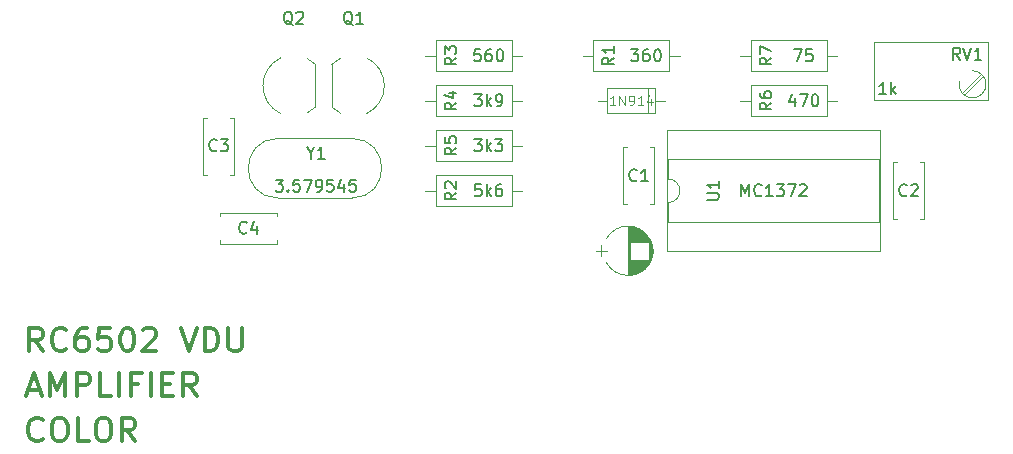
<source format=gto>
G04 #@! TF.FileFunction,Legend,Top*
%FSLAX46Y46*%
G04 Gerber Fmt 4.6, Leading zero omitted, Abs format (unit mm)*
G04 Created by KiCad (PCBNEW 4.0.7) date 02/20/19 17:10:50*
%MOMM*%
%LPD*%
G01*
G04 APERTURE LIST*
%ADD10C,0.100000*%
%ADD11C,0.300000*%
%ADD12C,0.120000*%
%ADD13C,0.150000*%
G04 APERTURE END LIST*
D10*
D11*
X60705952Y-74628333D02*
X61658333Y-74628333D01*
X60515476Y-75199762D02*
X61182143Y-73199762D01*
X61848810Y-75199762D01*
X62515476Y-75199762D02*
X62515476Y-73199762D01*
X63182143Y-74628333D01*
X63848810Y-73199762D01*
X63848810Y-75199762D01*
X64801190Y-75199762D02*
X64801190Y-73199762D01*
X65563095Y-73199762D01*
X65753571Y-73295000D01*
X65848810Y-73390238D01*
X65944048Y-73580714D01*
X65944048Y-73866429D01*
X65848810Y-74056905D01*
X65753571Y-74152143D01*
X65563095Y-74247381D01*
X64801190Y-74247381D01*
X67753571Y-75199762D02*
X66801190Y-75199762D01*
X66801190Y-73199762D01*
X68420238Y-75199762D02*
X68420238Y-73199762D01*
X70039286Y-74152143D02*
X69372619Y-74152143D01*
X69372619Y-75199762D02*
X69372619Y-73199762D01*
X70325000Y-73199762D01*
X71086905Y-75199762D02*
X71086905Y-73199762D01*
X72039286Y-74152143D02*
X72705953Y-74152143D01*
X72991667Y-75199762D02*
X72039286Y-75199762D01*
X72039286Y-73199762D01*
X72991667Y-73199762D01*
X74991668Y-75199762D02*
X74325001Y-74247381D01*
X73848810Y-75199762D02*
X73848810Y-73199762D01*
X74610715Y-73199762D01*
X74801191Y-73295000D01*
X74896430Y-73390238D01*
X74991668Y-73580714D01*
X74991668Y-73866429D01*
X74896430Y-74056905D01*
X74801191Y-74152143D01*
X74610715Y-74247381D01*
X73848810Y-74247381D01*
X61944048Y-78819286D02*
X61848810Y-78914524D01*
X61563095Y-79009762D01*
X61372619Y-79009762D01*
X61086905Y-78914524D01*
X60896429Y-78724048D01*
X60801190Y-78533571D01*
X60705952Y-78152619D01*
X60705952Y-77866905D01*
X60801190Y-77485952D01*
X60896429Y-77295476D01*
X61086905Y-77105000D01*
X61372619Y-77009762D01*
X61563095Y-77009762D01*
X61848810Y-77105000D01*
X61944048Y-77200238D01*
X63182143Y-77009762D02*
X63563095Y-77009762D01*
X63753571Y-77105000D01*
X63944048Y-77295476D01*
X64039286Y-77676429D01*
X64039286Y-78343095D01*
X63944048Y-78724048D01*
X63753571Y-78914524D01*
X63563095Y-79009762D01*
X63182143Y-79009762D01*
X62991667Y-78914524D01*
X62801190Y-78724048D01*
X62705952Y-78343095D01*
X62705952Y-77676429D01*
X62801190Y-77295476D01*
X62991667Y-77105000D01*
X63182143Y-77009762D01*
X65848809Y-79009762D02*
X64896428Y-79009762D01*
X64896428Y-77009762D01*
X66896429Y-77009762D02*
X67277381Y-77009762D01*
X67467857Y-77105000D01*
X67658334Y-77295476D01*
X67753572Y-77676429D01*
X67753572Y-78343095D01*
X67658334Y-78724048D01*
X67467857Y-78914524D01*
X67277381Y-79009762D01*
X66896429Y-79009762D01*
X66705953Y-78914524D01*
X66515476Y-78724048D01*
X66420238Y-78343095D01*
X66420238Y-77676429D01*
X66515476Y-77295476D01*
X66705953Y-77105000D01*
X66896429Y-77009762D01*
X69753572Y-79009762D02*
X69086905Y-78057381D01*
X68610714Y-79009762D02*
X68610714Y-77009762D01*
X69372619Y-77009762D01*
X69563095Y-77105000D01*
X69658334Y-77200238D01*
X69753572Y-77390714D01*
X69753572Y-77676429D01*
X69658334Y-77866905D01*
X69563095Y-77962143D01*
X69372619Y-78057381D01*
X68610714Y-78057381D01*
X61944048Y-71389762D02*
X61277381Y-70437381D01*
X60801190Y-71389762D02*
X60801190Y-69389762D01*
X61563095Y-69389762D01*
X61753571Y-69485000D01*
X61848810Y-69580238D01*
X61944048Y-69770714D01*
X61944048Y-70056429D01*
X61848810Y-70246905D01*
X61753571Y-70342143D01*
X61563095Y-70437381D01*
X60801190Y-70437381D01*
X63944048Y-71199286D02*
X63848810Y-71294524D01*
X63563095Y-71389762D01*
X63372619Y-71389762D01*
X63086905Y-71294524D01*
X62896429Y-71104048D01*
X62801190Y-70913571D01*
X62705952Y-70532619D01*
X62705952Y-70246905D01*
X62801190Y-69865952D01*
X62896429Y-69675476D01*
X63086905Y-69485000D01*
X63372619Y-69389762D01*
X63563095Y-69389762D01*
X63848810Y-69485000D01*
X63944048Y-69580238D01*
X65658333Y-69389762D02*
X65277381Y-69389762D01*
X65086905Y-69485000D01*
X64991667Y-69580238D01*
X64801190Y-69865952D01*
X64705952Y-70246905D01*
X64705952Y-71008810D01*
X64801190Y-71199286D01*
X64896429Y-71294524D01*
X65086905Y-71389762D01*
X65467857Y-71389762D01*
X65658333Y-71294524D01*
X65753571Y-71199286D01*
X65848810Y-71008810D01*
X65848810Y-70532619D01*
X65753571Y-70342143D01*
X65658333Y-70246905D01*
X65467857Y-70151667D01*
X65086905Y-70151667D01*
X64896429Y-70246905D01*
X64801190Y-70342143D01*
X64705952Y-70532619D01*
X67658333Y-69389762D02*
X66705952Y-69389762D01*
X66610714Y-70342143D01*
X66705952Y-70246905D01*
X66896429Y-70151667D01*
X67372619Y-70151667D01*
X67563095Y-70246905D01*
X67658333Y-70342143D01*
X67753572Y-70532619D01*
X67753572Y-71008810D01*
X67658333Y-71199286D01*
X67563095Y-71294524D01*
X67372619Y-71389762D01*
X66896429Y-71389762D01*
X66705952Y-71294524D01*
X66610714Y-71199286D01*
X68991667Y-69389762D02*
X69182143Y-69389762D01*
X69372619Y-69485000D01*
X69467857Y-69580238D01*
X69563095Y-69770714D01*
X69658334Y-70151667D01*
X69658334Y-70627857D01*
X69563095Y-71008810D01*
X69467857Y-71199286D01*
X69372619Y-71294524D01*
X69182143Y-71389762D01*
X68991667Y-71389762D01*
X68801191Y-71294524D01*
X68705953Y-71199286D01*
X68610714Y-71008810D01*
X68515476Y-70627857D01*
X68515476Y-70151667D01*
X68610714Y-69770714D01*
X68705953Y-69580238D01*
X68801191Y-69485000D01*
X68991667Y-69389762D01*
X70420238Y-69580238D02*
X70515476Y-69485000D01*
X70705953Y-69389762D01*
X71182143Y-69389762D01*
X71372619Y-69485000D01*
X71467857Y-69580238D01*
X71563096Y-69770714D01*
X71563096Y-69961190D01*
X71467857Y-70246905D01*
X70325000Y-71389762D01*
X71563096Y-71389762D01*
X73658334Y-69389762D02*
X74325001Y-71389762D01*
X74991668Y-69389762D01*
X75658334Y-71389762D02*
X75658334Y-69389762D01*
X76134525Y-69389762D01*
X76420239Y-69485000D01*
X76610715Y-69675476D01*
X76705954Y-69865952D01*
X76801192Y-70246905D01*
X76801192Y-70532619D01*
X76705954Y-70913571D01*
X76610715Y-71104048D01*
X76420239Y-71294524D01*
X76134525Y-71389762D01*
X75658334Y-71389762D01*
X77658334Y-69389762D02*
X77658334Y-71008810D01*
X77753573Y-71199286D01*
X77848811Y-71294524D01*
X78039287Y-71389762D01*
X78420239Y-71389762D01*
X78610715Y-71294524D01*
X78705954Y-71199286D01*
X78801192Y-71008810D01*
X78801192Y-69389762D01*
D12*
X113705000Y-54065000D02*
X113705000Y-58885000D01*
X111085000Y-54065000D02*
X111085000Y-58885000D01*
X113705000Y-54065000D02*
X113391000Y-54065000D01*
X111399000Y-54065000D02*
X111085000Y-54065000D01*
X113705000Y-58885000D02*
X113391000Y-58885000D01*
X111399000Y-58885000D02*
X111085000Y-58885000D01*
X136565000Y-55335000D02*
X136565000Y-60155000D01*
X133945000Y-55335000D02*
X133945000Y-60155000D01*
X136565000Y-55335000D02*
X136251000Y-55335000D01*
X134259000Y-55335000D02*
X133945000Y-55335000D01*
X136565000Y-60155000D02*
X136251000Y-60155000D01*
X134259000Y-60155000D02*
X133945000Y-60155000D01*
X75525000Y-56425000D02*
X75525000Y-51605000D01*
X78145000Y-56425000D02*
X78145000Y-51605000D01*
X75525000Y-56425000D02*
X75839000Y-56425000D01*
X77831000Y-56425000D02*
X78145000Y-56425000D01*
X75525000Y-51605000D02*
X75839000Y-51605000D01*
X77831000Y-51605000D02*
X78145000Y-51605000D01*
X76925000Y-59650000D02*
X81745000Y-59650000D01*
X76925000Y-62270000D02*
X81745000Y-62270000D01*
X76925000Y-59650000D02*
X76925000Y-59964000D01*
X76925000Y-61956000D02*
X76925000Y-62270000D01*
X81745000Y-59650000D02*
X81745000Y-59964000D01*
X81745000Y-61956000D02*
X81745000Y-62270000D01*
X113336436Y-61885830D02*
G75*
G03X109644004Y-61885000I-1846436J-979170D01*
G01*
X113336436Y-63844170D02*
G75*
G02X109644004Y-63845000I-1846436J979170D01*
G01*
X113336436Y-63844170D02*
G75*
G03X113335996Y-61885000I-1846436J979170D01*
G01*
X111490000Y-60815000D02*
X111490000Y-64915000D01*
X111530000Y-60815000D02*
X111530000Y-64915000D01*
X111570000Y-60816000D02*
X111570000Y-64914000D01*
X111610000Y-60818000D02*
X111610000Y-64912000D01*
X111650000Y-60821000D02*
X111650000Y-64909000D01*
X111690000Y-60824000D02*
X111690000Y-64906000D01*
X111730000Y-60828000D02*
X111730000Y-62085000D01*
X111730000Y-63645000D02*
X111730000Y-64902000D01*
X111770000Y-60833000D02*
X111770000Y-62085000D01*
X111770000Y-63645000D02*
X111770000Y-64897000D01*
X111810000Y-60839000D02*
X111810000Y-62085000D01*
X111810000Y-63645000D02*
X111810000Y-64891000D01*
X111850000Y-60846000D02*
X111850000Y-62085000D01*
X111850000Y-63645000D02*
X111850000Y-64884000D01*
X111890000Y-60853000D02*
X111890000Y-62085000D01*
X111890000Y-63645000D02*
X111890000Y-64877000D01*
X111930000Y-60861000D02*
X111930000Y-62085000D01*
X111930000Y-63645000D02*
X111930000Y-64869000D01*
X111970000Y-60870000D02*
X111970000Y-62085000D01*
X111970000Y-63645000D02*
X111970000Y-64860000D01*
X112010000Y-60880000D02*
X112010000Y-62085000D01*
X112010000Y-63645000D02*
X112010000Y-64850000D01*
X112050000Y-60891000D02*
X112050000Y-62085000D01*
X112050000Y-63645000D02*
X112050000Y-64839000D01*
X112090000Y-60902000D02*
X112090000Y-62085000D01*
X112090000Y-63645000D02*
X112090000Y-64828000D01*
X112130000Y-60915000D02*
X112130000Y-62085000D01*
X112130000Y-63645000D02*
X112130000Y-64815000D01*
X112170000Y-60928000D02*
X112170000Y-62085000D01*
X112170000Y-63645000D02*
X112170000Y-64802000D01*
X112211000Y-60942000D02*
X112211000Y-62085000D01*
X112211000Y-63645000D02*
X112211000Y-64788000D01*
X112251000Y-60958000D02*
X112251000Y-62085000D01*
X112251000Y-63645000D02*
X112251000Y-64772000D01*
X112291000Y-60974000D02*
X112291000Y-62085000D01*
X112291000Y-63645000D02*
X112291000Y-64756000D01*
X112331000Y-60991000D02*
X112331000Y-62085000D01*
X112331000Y-63645000D02*
X112331000Y-64739000D01*
X112371000Y-61009000D02*
X112371000Y-62085000D01*
X112371000Y-63645000D02*
X112371000Y-64721000D01*
X112411000Y-61028000D02*
X112411000Y-62085000D01*
X112411000Y-63645000D02*
X112411000Y-64702000D01*
X112451000Y-61048000D02*
X112451000Y-62085000D01*
X112451000Y-63645000D02*
X112451000Y-64682000D01*
X112491000Y-61069000D02*
X112491000Y-62085000D01*
X112491000Y-63645000D02*
X112491000Y-64661000D01*
X112531000Y-61092000D02*
X112531000Y-62085000D01*
X112531000Y-63645000D02*
X112531000Y-64638000D01*
X112571000Y-61115000D02*
X112571000Y-62085000D01*
X112571000Y-63645000D02*
X112571000Y-64615000D01*
X112611000Y-61140000D02*
X112611000Y-62085000D01*
X112611000Y-63645000D02*
X112611000Y-64590000D01*
X112651000Y-61166000D02*
X112651000Y-62085000D01*
X112651000Y-63645000D02*
X112651000Y-64564000D01*
X112691000Y-61193000D02*
X112691000Y-62085000D01*
X112691000Y-63645000D02*
X112691000Y-64537000D01*
X112731000Y-61222000D02*
X112731000Y-62085000D01*
X112731000Y-63645000D02*
X112731000Y-64508000D01*
X112771000Y-61252000D02*
X112771000Y-62085000D01*
X112771000Y-63645000D02*
X112771000Y-64478000D01*
X112811000Y-61284000D02*
X112811000Y-62085000D01*
X112811000Y-63645000D02*
X112811000Y-64446000D01*
X112851000Y-61318000D02*
X112851000Y-62085000D01*
X112851000Y-63645000D02*
X112851000Y-64412000D01*
X112891000Y-61353000D02*
X112891000Y-62085000D01*
X112891000Y-63645000D02*
X112891000Y-64377000D01*
X112931000Y-61390000D02*
X112931000Y-62085000D01*
X112931000Y-63645000D02*
X112931000Y-64340000D01*
X112971000Y-61429000D02*
X112971000Y-62085000D01*
X112971000Y-63645000D02*
X112971000Y-64301000D01*
X113011000Y-61470000D02*
X113011000Y-62085000D01*
X113011000Y-63645000D02*
X113011000Y-64260000D01*
X113051000Y-61514000D02*
X113051000Y-62085000D01*
X113051000Y-63645000D02*
X113051000Y-64216000D01*
X113091000Y-61560000D02*
X113091000Y-62085000D01*
X113091000Y-63645000D02*
X113091000Y-64170000D01*
X113131000Y-61609000D02*
X113131000Y-62085000D01*
X113131000Y-63645000D02*
X113131000Y-64121000D01*
X113171000Y-61661000D02*
X113171000Y-62085000D01*
X113171000Y-63645000D02*
X113171000Y-64069000D01*
X113211000Y-61717000D02*
X113211000Y-62085000D01*
X113211000Y-63645000D02*
X113211000Y-64013000D01*
X113251000Y-61777000D02*
X113251000Y-62085000D01*
X113251000Y-63645000D02*
X113251000Y-63953000D01*
X113291000Y-61842000D02*
X113291000Y-63888000D01*
X113331000Y-61913000D02*
X113331000Y-63817000D01*
X113371000Y-61991000D02*
X113371000Y-63739000D01*
X113411000Y-62079000D02*
X113411000Y-63651000D01*
X113451000Y-62179000D02*
X113451000Y-63551000D01*
X113491000Y-62298000D02*
X113491000Y-63432000D01*
X113531000Y-62450000D02*
X113531000Y-63280000D01*
X113571000Y-62700000D02*
X113571000Y-63030000D01*
X108790000Y-62865000D02*
X109690000Y-62865000D01*
X109240000Y-62415000D02*
X109240000Y-63315000D01*
X113820000Y-51225000D02*
X113820000Y-49105000D01*
X113820000Y-49105000D02*
X109700000Y-49105000D01*
X109700000Y-49105000D02*
X109700000Y-51225000D01*
X109700000Y-51225000D02*
X113820000Y-51225000D01*
X114590000Y-50165000D02*
X113820000Y-50165000D01*
X108930000Y-50165000D02*
X109700000Y-50165000D01*
X113160000Y-51225000D02*
X113160000Y-49105000D01*
X86415000Y-47095000D02*
X86415000Y-50695000D01*
X87142205Y-46570816D02*
G75*
G03X86415000Y-47095000I1122795J-2324184D01*
G01*
X89363807Y-46538600D02*
G75*
G02X90865000Y-48895000I-1098807J-2356400D01*
G01*
X89363807Y-51251400D02*
G75*
G03X90865000Y-48895000I-1098807J2356400D01*
G01*
X87142205Y-51219184D02*
G75*
G02X86415000Y-50695000I1122795J2324184D01*
G01*
X85035000Y-50695000D02*
X85035000Y-47095000D01*
X84307795Y-51219184D02*
G75*
G03X85035000Y-50695000I-1122795J2324184D01*
G01*
X82086193Y-51251400D02*
G75*
G02X80585000Y-48895000I1098807J2356400D01*
G01*
X82086193Y-46538600D02*
G75*
G03X80585000Y-48895000I1098807J-2356400D01*
G01*
X84307795Y-46570816D02*
G75*
G02X85035000Y-47095000I-1122795J-2324184D01*
G01*
X108550000Y-45045000D02*
X108550000Y-47665000D01*
X108550000Y-47665000D02*
X114970000Y-47665000D01*
X114970000Y-47665000D02*
X114970000Y-45045000D01*
X114970000Y-45045000D02*
X108550000Y-45045000D01*
X107660000Y-46355000D02*
X108550000Y-46355000D01*
X115860000Y-46355000D02*
X114970000Y-46355000D01*
X101635000Y-59095000D02*
X101635000Y-56475000D01*
X101635000Y-56475000D02*
X95215000Y-56475000D01*
X95215000Y-56475000D02*
X95215000Y-59095000D01*
X95215000Y-59095000D02*
X101635000Y-59095000D01*
X102525000Y-57785000D02*
X101635000Y-57785000D01*
X94325000Y-57785000D02*
X95215000Y-57785000D01*
X101635000Y-47665000D02*
X101635000Y-45045000D01*
X101635000Y-45045000D02*
X95215000Y-45045000D01*
X95215000Y-45045000D02*
X95215000Y-47665000D01*
X95215000Y-47665000D02*
X101635000Y-47665000D01*
X102525000Y-46355000D02*
X101635000Y-46355000D01*
X94325000Y-46355000D02*
X95215000Y-46355000D01*
X101635000Y-51475000D02*
X101635000Y-48855000D01*
X101635000Y-48855000D02*
X95215000Y-48855000D01*
X95215000Y-48855000D02*
X95215000Y-51475000D01*
X95215000Y-51475000D02*
X101635000Y-51475000D01*
X102525000Y-50165000D02*
X101635000Y-50165000D01*
X94325000Y-50165000D02*
X95215000Y-50165000D01*
X101635000Y-55285000D02*
X101635000Y-52665000D01*
X101635000Y-52665000D02*
X95215000Y-52665000D01*
X95215000Y-52665000D02*
X95215000Y-55285000D01*
X95215000Y-55285000D02*
X101635000Y-55285000D01*
X102525000Y-53975000D02*
X101635000Y-53975000D01*
X94325000Y-53975000D02*
X95215000Y-53975000D01*
X128305000Y-51475000D02*
X128305000Y-48855000D01*
X128305000Y-48855000D02*
X121885000Y-48855000D01*
X121885000Y-48855000D02*
X121885000Y-51475000D01*
X121885000Y-51475000D02*
X128305000Y-51475000D01*
X129195000Y-50165000D02*
X128305000Y-50165000D01*
X120995000Y-50165000D02*
X121885000Y-50165000D01*
X128305000Y-47665000D02*
X128305000Y-45045000D01*
X128305000Y-45045000D02*
X121885000Y-45045000D01*
X121885000Y-45045000D02*
X121885000Y-47665000D01*
X121885000Y-47665000D02*
X128305000Y-47665000D01*
X129195000Y-46355000D02*
X128305000Y-46355000D01*
X120995000Y-46355000D02*
X121885000Y-46355000D01*
X140614691Y-47620704D02*
G75*
G02X140655000Y-49930000I40309J-1154296D01*
G01*
X140675121Y-49929052D02*
G75*
G02X139526000Y-48535000I-20121J1154052D01*
G01*
X132335000Y-45155000D02*
X141985000Y-45155000D01*
X132335000Y-50106000D02*
X141985000Y-50106000D01*
X132335000Y-45155000D02*
X132335000Y-50106000D01*
X141985000Y-45155000D02*
X141985000Y-50106000D01*
X141531000Y-48041000D02*
X139920000Y-49651000D01*
X141391000Y-47900000D02*
X139779000Y-49510000D01*
X114875000Y-56785000D02*
G75*
G02X114875000Y-58785000I0J-1000000D01*
G01*
X114875000Y-58785000D02*
X114875000Y-60435000D01*
X114875000Y-60435000D02*
X132775000Y-60435000D01*
X132775000Y-60435000D02*
X132775000Y-55135000D01*
X132775000Y-55135000D02*
X114875000Y-55135000D01*
X114875000Y-55135000D02*
X114875000Y-56785000D01*
X114815000Y-62925000D02*
X132835000Y-62925000D01*
X132835000Y-62925000D02*
X132835000Y-52645000D01*
X132835000Y-52645000D02*
X114815000Y-52645000D01*
X114815000Y-52645000D02*
X114815000Y-62925000D01*
X81865000Y-53355000D02*
X88115000Y-53355000D01*
X81865000Y-58405000D02*
X88115000Y-58405000D01*
X81865000Y-58405000D02*
G75*
G02X81865000Y-53355000I0J2525000D01*
G01*
X88115000Y-58405000D02*
G75*
G03X88115000Y-53355000I0J2525000D01*
G01*
D13*
X112228334Y-56872143D02*
X112180715Y-56919762D01*
X112037858Y-56967381D01*
X111942620Y-56967381D01*
X111799762Y-56919762D01*
X111704524Y-56824524D01*
X111656905Y-56729286D01*
X111609286Y-56538810D01*
X111609286Y-56395952D01*
X111656905Y-56205476D01*
X111704524Y-56110238D01*
X111799762Y-56015000D01*
X111942620Y-55967381D01*
X112037858Y-55967381D01*
X112180715Y-56015000D01*
X112228334Y-56062619D01*
X113180715Y-56967381D02*
X112609286Y-56967381D01*
X112895000Y-56967381D02*
X112895000Y-55967381D01*
X112799762Y-56110238D01*
X112704524Y-56205476D01*
X112609286Y-56253095D01*
X135088334Y-58142143D02*
X135040715Y-58189762D01*
X134897858Y-58237381D01*
X134802620Y-58237381D01*
X134659762Y-58189762D01*
X134564524Y-58094524D01*
X134516905Y-57999286D01*
X134469286Y-57808810D01*
X134469286Y-57665952D01*
X134516905Y-57475476D01*
X134564524Y-57380238D01*
X134659762Y-57285000D01*
X134802620Y-57237381D01*
X134897858Y-57237381D01*
X135040715Y-57285000D01*
X135088334Y-57332619D01*
X135469286Y-57332619D02*
X135516905Y-57285000D01*
X135612143Y-57237381D01*
X135850239Y-57237381D01*
X135945477Y-57285000D01*
X135993096Y-57332619D01*
X136040715Y-57427857D01*
X136040715Y-57523095D01*
X135993096Y-57665952D01*
X135421667Y-58237381D01*
X136040715Y-58237381D01*
X76668334Y-54332143D02*
X76620715Y-54379762D01*
X76477858Y-54427381D01*
X76382620Y-54427381D01*
X76239762Y-54379762D01*
X76144524Y-54284524D01*
X76096905Y-54189286D01*
X76049286Y-53998810D01*
X76049286Y-53855952D01*
X76096905Y-53665476D01*
X76144524Y-53570238D01*
X76239762Y-53475000D01*
X76382620Y-53427381D01*
X76477858Y-53427381D01*
X76620715Y-53475000D01*
X76668334Y-53522619D01*
X77001667Y-53427381D02*
X77620715Y-53427381D01*
X77287381Y-53808333D01*
X77430239Y-53808333D01*
X77525477Y-53855952D01*
X77573096Y-53903571D01*
X77620715Y-53998810D01*
X77620715Y-54236905D01*
X77573096Y-54332143D01*
X77525477Y-54379762D01*
X77430239Y-54427381D01*
X77144524Y-54427381D01*
X77049286Y-54379762D01*
X77001667Y-54332143D01*
X79208334Y-61317143D02*
X79160715Y-61364762D01*
X79017858Y-61412381D01*
X78922620Y-61412381D01*
X78779762Y-61364762D01*
X78684524Y-61269524D01*
X78636905Y-61174286D01*
X78589286Y-60983810D01*
X78589286Y-60840952D01*
X78636905Y-60650476D01*
X78684524Y-60555238D01*
X78779762Y-60460000D01*
X78922620Y-60412381D01*
X79017858Y-60412381D01*
X79160715Y-60460000D01*
X79208334Y-60507619D01*
X80065477Y-60745714D02*
X80065477Y-61412381D01*
X79827381Y-60364762D02*
X79589286Y-61079048D01*
X80208334Y-61079048D01*
D10*
X110426667Y-50526905D02*
X109969524Y-50526905D01*
X110198095Y-50526905D02*
X110198095Y-49726905D01*
X110121905Y-49841190D01*
X110045714Y-49917381D01*
X109969524Y-49955476D01*
X110769524Y-50526905D02*
X110769524Y-49726905D01*
X111226667Y-50526905D01*
X111226667Y-49726905D01*
X111645714Y-50526905D02*
X111798095Y-50526905D01*
X111874286Y-50488810D01*
X111912381Y-50450714D01*
X111988572Y-50336429D01*
X112026667Y-50184048D01*
X112026667Y-49879286D01*
X111988572Y-49803095D01*
X111950476Y-49765000D01*
X111874286Y-49726905D01*
X111721905Y-49726905D01*
X111645714Y-49765000D01*
X111607619Y-49803095D01*
X111569524Y-49879286D01*
X111569524Y-50069762D01*
X111607619Y-50145952D01*
X111645714Y-50184048D01*
X111721905Y-50222143D01*
X111874286Y-50222143D01*
X111950476Y-50184048D01*
X111988572Y-50145952D01*
X112026667Y-50069762D01*
X112788572Y-50526905D02*
X112331429Y-50526905D01*
X112560000Y-50526905D02*
X112560000Y-49726905D01*
X112483810Y-49841190D01*
X112407619Y-49917381D01*
X112331429Y-49955476D01*
X113474286Y-49993571D02*
X113474286Y-50526905D01*
X113283810Y-49688810D02*
X113093334Y-50260238D01*
X113588572Y-50260238D01*
D13*
X88169762Y-43727619D02*
X88074524Y-43680000D01*
X87979286Y-43584762D01*
X87836429Y-43441905D01*
X87741190Y-43394286D01*
X87645952Y-43394286D01*
X87693571Y-43632381D02*
X87598333Y-43584762D01*
X87503095Y-43489524D01*
X87455476Y-43299048D01*
X87455476Y-42965714D01*
X87503095Y-42775238D01*
X87598333Y-42680000D01*
X87693571Y-42632381D01*
X87884048Y-42632381D01*
X87979286Y-42680000D01*
X88074524Y-42775238D01*
X88122143Y-42965714D01*
X88122143Y-43299048D01*
X88074524Y-43489524D01*
X87979286Y-43584762D01*
X87884048Y-43632381D01*
X87693571Y-43632381D01*
X89074524Y-43632381D02*
X88503095Y-43632381D01*
X88788809Y-43632381D02*
X88788809Y-42632381D01*
X88693571Y-42775238D01*
X88598333Y-42870476D01*
X88503095Y-42918095D01*
X83089762Y-43727619D02*
X82994524Y-43680000D01*
X82899286Y-43584762D01*
X82756429Y-43441905D01*
X82661190Y-43394286D01*
X82565952Y-43394286D01*
X82613571Y-43632381D02*
X82518333Y-43584762D01*
X82423095Y-43489524D01*
X82375476Y-43299048D01*
X82375476Y-42965714D01*
X82423095Y-42775238D01*
X82518333Y-42680000D01*
X82613571Y-42632381D01*
X82804048Y-42632381D01*
X82899286Y-42680000D01*
X82994524Y-42775238D01*
X83042143Y-42965714D01*
X83042143Y-43299048D01*
X82994524Y-43489524D01*
X82899286Y-43584762D01*
X82804048Y-43632381D01*
X82613571Y-43632381D01*
X83423095Y-42727619D02*
X83470714Y-42680000D01*
X83565952Y-42632381D01*
X83804048Y-42632381D01*
X83899286Y-42680000D01*
X83946905Y-42727619D01*
X83994524Y-42822857D01*
X83994524Y-42918095D01*
X83946905Y-43060952D01*
X83375476Y-43632381D01*
X83994524Y-43632381D01*
X110307381Y-46521666D02*
X109831190Y-46855000D01*
X110307381Y-47093095D02*
X109307381Y-47093095D01*
X109307381Y-46712142D01*
X109355000Y-46616904D01*
X109402619Y-46569285D01*
X109497857Y-46521666D01*
X109640714Y-46521666D01*
X109735952Y-46569285D01*
X109783571Y-46616904D01*
X109831190Y-46712142D01*
X109831190Y-47093095D01*
X110307381Y-45569285D02*
X110307381Y-46140714D01*
X110307381Y-45855000D02*
X109307381Y-45855000D01*
X109450238Y-45950238D01*
X109545476Y-46045476D01*
X109593095Y-46140714D01*
X111744286Y-45807381D02*
X112363334Y-45807381D01*
X112030000Y-46188333D01*
X112172858Y-46188333D01*
X112268096Y-46235952D01*
X112315715Y-46283571D01*
X112363334Y-46378810D01*
X112363334Y-46616905D01*
X112315715Y-46712143D01*
X112268096Y-46759762D01*
X112172858Y-46807381D01*
X111887143Y-46807381D01*
X111791905Y-46759762D01*
X111744286Y-46712143D01*
X113220477Y-45807381D02*
X113030000Y-45807381D01*
X112934762Y-45855000D01*
X112887143Y-45902619D01*
X112791905Y-46045476D01*
X112744286Y-46235952D01*
X112744286Y-46616905D01*
X112791905Y-46712143D01*
X112839524Y-46759762D01*
X112934762Y-46807381D01*
X113125239Y-46807381D01*
X113220477Y-46759762D01*
X113268096Y-46712143D01*
X113315715Y-46616905D01*
X113315715Y-46378810D01*
X113268096Y-46283571D01*
X113220477Y-46235952D01*
X113125239Y-46188333D01*
X112934762Y-46188333D01*
X112839524Y-46235952D01*
X112791905Y-46283571D01*
X112744286Y-46378810D01*
X113934762Y-45807381D02*
X114030001Y-45807381D01*
X114125239Y-45855000D01*
X114172858Y-45902619D01*
X114220477Y-45997857D01*
X114268096Y-46188333D01*
X114268096Y-46426429D01*
X114220477Y-46616905D01*
X114172858Y-46712143D01*
X114125239Y-46759762D01*
X114030001Y-46807381D01*
X113934762Y-46807381D01*
X113839524Y-46759762D01*
X113791905Y-46712143D01*
X113744286Y-46616905D01*
X113696667Y-46426429D01*
X113696667Y-46188333D01*
X113744286Y-45997857D01*
X113791905Y-45902619D01*
X113839524Y-45855000D01*
X113934762Y-45807381D01*
X96972381Y-57951666D02*
X96496190Y-58285000D01*
X96972381Y-58523095D02*
X95972381Y-58523095D01*
X95972381Y-58142142D01*
X96020000Y-58046904D01*
X96067619Y-57999285D01*
X96162857Y-57951666D01*
X96305714Y-57951666D01*
X96400952Y-57999285D01*
X96448571Y-58046904D01*
X96496190Y-58142142D01*
X96496190Y-58523095D01*
X96067619Y-57570714D02*
X96020000Y-57523095D01*
X95972381Y-57427857D01*
X95972381Y-57189761D01*
X96020000Y-57094523D01*
X96067619Y-57046904D01*
X96162857Y-56999285D01*
X96258095Y-56999285D01*
X96400952Y-57046904D01*
X96972381Y-57618333D01*
X96972381Y-56999285D01*
X99052143Y-57237381D02*
X98575952Y-57237381D01*
X98528333Y-57713571D01*
X98575952Y-57665952D01*
X98671190Y-57618333D01*
X98909286Y-57618333D01*
X99004524Y-57665952D01*
X99052143Y-57713571D01*
X99099762Y-57808810D01*
X99099762Y-58046905D01*
X99052143Y-58142143D01*
X99004524Y-58189762D01*
X98909286Y-58237381D01*
X98671190Y-58237381D01*
X98575952Y-58189762D01*
X98528333Y-58142143D01*
X99528333Y-58237381D02*
X99528333Y-57237381D01*
X99623571Y-57856429D02*
X99909286Y-58237381D01*
X99909286Y-57570714D02*
X99528333Y-57951667D01*
X100766429Y-57237381D02*
X100575952Y-57237381D01*
X100480714Y-57285000D01*
X100433095Y-57332619D01*
X100337857Y-57475476D01*
X100290238Y-57665952D01*
X100290238Y-58046905D01*
X100337857Y-58142143D01*
X100385476Y-58189762D01*
X100480714Y-58237381D01*
X100671191Y-58237381D01*
X100766429Y-58189762D01*
X100814048Y-58142143D01*
X100861667Y-58046905D01*
X100861667Y-57808810D01*
X100814048Y-57713571D01*
X100766429Y-57665952D01*
X100671191Y-57618333D01*
X100480714Y-57618333D01*
X100385476Y-57665952D01*
X100337857Y-57713571D01*
X100290238Y-57808810D01*
X96972381Y-46521666D02*
X96496190Y-46855000D01*
X96972381Y-47093095D02*
X95972381Y-47093095D01*
X95972381Y-46712142D01*
X96020000Y-46616904D01*
X96067619Y-46569285D01*
X96162857Y-46521666D01*
X96305714Y-46521666D01*
X96400952Y-46569285D01*
X96448571Y-46616904D01*
X96496190Y-46712142D01*
X96496190Y-47093095D01*
X95972381Y-46188333D02*
X95972381Y-45569285D01*
X96353333Y-45902619D01*
X96353333Y-45759761D01*
X96400952Y-45664523D01*
X96448571Y-45616904D01*
X96543810Y-45569285D01*
X96781905Y-45569285D01*
X96877143Y-45616904D01*
X96924762Y-45664523D01*
X96972381Y-45759761D01*
X96972381Y-46045476D01*
X96924762Y-46140714D01*
X96877143Y-46188333D01*
X98980715Y-45807381D02*
X98504524Y-45807381D01*
X98456905Y-46283571D01*
X98504524Y-46235952D01*
X98599762Y-46188333D01*
X98837858Y-46188333D01*
X98933096Y-46235952D01*
X98980715Y-46283571D01*
X99028334Y-46378810D01*
X99028334Y-46616905D01*
X98980715Y-46712143D01*
X98933096Y-46759762D01*
X98837858Y-46807381D01*
X98599762Y-46807381D01*
X98504524Y-46759762D01*
X98456905Y-46712143D01*
X99885477Y-45807381D02*
X99695000Y-45807381D01*
X99599762Y-45855000D01*
X99552143Y-45902619D01*
X99456905Y-46045476D01*
X99409286Y-46235952D01*
X99409286Y-46616905D01*
X99456905Y-46712143D01*
X99504524Y-46759762D01*
X99599762Y-46807381D01*
X99790239Y-46807381D01*
X99885477Y-46759762D01*
X99933096Y-46712143D01*
X99980715Y-46616905D01*
X99980715Y-46378810D01*
X99933096Y-46283571D01*
X99885477Y-46235952D01*
X99790239Y-46188333D01*
X99599762Y-46188333D01*
X99504524Y-46235952D01*
X99456905Y-46283571D01*
X99409286Y-46378810D01*
X100599762Y-45807381D02*
X100695001Y-45807381D01*
X100790239Y-45855000D01*
X100837858Y-45902619D01*
X100885477Y-45997857D01*
X100933096Y-46188333D01*
X100933096Y-46426429D01*
X100885477Y-46616905D01*
X100837858Y-46712143D01*
X100790239Y-46759762D01*
X100695001Y-46807381D01*
X100599762Y-46807381D01*
X100504524Y-46759762D01*
X100456905Y-46712143D01*
X100409286Y-46616905D01*
X100361667Y-46426429D01*
X100361667Y-46188333D01*
X100409286Y-45997857D01*
X100456905Y-45902619D01*
X100504524Y-45855000D01*
X100599762Y-45807381D01*
X96972381Y-50331666D02*
X96496190Y-50665000D01*
X96972381Y-50903095D02*
X95972381Y-50903095D01*
X95972381Y-50522142D01*
X96020000Y-50426904D01*
X96067619Y-50379285D01*
X96162857Y-50331666D01*
X96305714Y-50331666D01*
X96400952Y-50379285D01*
X96448571Y-50426904D01*
X96496190Y-50522142D01*
X96496190Y-50903095D01*
X96305714Y-49474523D02*
X96972381Y-49474523D01*
X95924762Y-49712619D02*
X96639048Y-49950714D01*
X96639048Y-49331666D01*
X98480714Y-49617381D02*
X99099762Y-49617381D01*
X98766428Y-49998333D01*
X98909286Y-49998333D01*
X99004524Y-50045952D01*
X99052143Y-50093571D01*
X99099762Y-50188810D01*
X99099762Y-50426905D01*
X99052143Y-50522143D01*
X99004524Y-50569762D01*
X98909286Y-50617381D01*
X98623571Y-50617381D01*
X98528333Y-50569762D01*
X98480714Y-50522143D01*
X99528333Y-50617381D02*
X99528333Y-49617381D01*
X99623571Y-50236429D02*
X99909286Y-50617381D01*
X99909286Y-49950714D02*
X99528333Y-50331667D01*
X100385476Y-50617381D02*
X100575952Y-50617381D01*
X100671191Y-50569762D01*
X100718810Y-50522143D01*
X100814048Y-50379286D01*
X100861667Y-50188810D01*
X100861667Y-49807857D01*
X100814048Y-49712619D01*
X100766429Y-49665000D01*
X100671191Y-49617381D01*
X100480714Y-49617381D01*
X100385476Y-49665000D01*
X100337857Y-49712619D01*
X100290238Y-49807857D01*
X100290238Y-50045952D01*
X100337857Y-50141190D01*
X100385476Y-50188810D01*
X100480714Y-50236429D01*
X100671191Y-50236429D01*
X100766429Y-50188810D01*
X100814048Y-50141190D01*
X100861667Y-50045952D01*
X96972381Y-54141666D02*
X96496190Y-54475000D01*
X96972381Y-54713095D02*
X95972381Y-54713095D01*
X95972381Y-54332142D01*
X96020000Y-54236904D01*
X96067619Y-54189285D01*
X96162857Y-54141666D01*
X96305714Y-54141666D01*
X96400952Y-54189285D01*
X96448571Y-54236904D01*
X96496190Y-54332142D01*
X96496190Y-54713095D01*
X95972381Y-53236904D02*
X95972381Y-53713095D01*
X96448571Y-53760714D01*
X96400952Y-53713095D01*
X96353333Y-53617857D01*
X96353333Y-53379761D01*
X96400952Y-53284523D01*
X96448571Y-53236904D01*
X96543810Y-53189285D01*
X96781905Y-53189285D01*
X96877143Y-53236904D01*
X96924762Y-53284523D01*
X96972381Y-53379761D01*
X96972381Y-53617857D01*
X96924762Y-53713095D01*
X96877143Y-53760714D01*
X98480714Y-53427381D02*
X99099762Y-53427381D01*
X98766428Y-53808333D01*
X98909286Y-53808333D01*
X99004524Y-53855952D01*
X99052143Y-53903571D01*
X99099762Y-53998810D01*
X99099762Y-54236905D01*
X99052143Y-54332143D01*
X99004524Y-54379762D01*
X98909286Y-54427381D01*
X98623571Y-54427381D01*
X98528333Y-54379762D01*
X98480714Y-54332143D01*
X99528333Y-54427381D02*
X99528333Y-53427381D01*
X99623571Y-54046429D02*
X99909286Y-54427381D01*
X99909286Y-53760714D02*
X99528333Y-54141667D01*
X100242619Y-53427381D02*
X100861667Y-53427381D01*
X100528333Y-53808333D01*
X100671191Y-53808333D01*
X100766429Y-53855952D01*
X100814048Y-53903571D01*
X100861667Y-53998810D01*
X100861667Y-54236905D01*
X100814048Y-54332143D01*
X100766429Y-54379762D01*
X100671191Y-54427381D01*
X100385476Y-54427381D01*
X100290238Y-54379762D01*
X100242619Y-54332143D01*
X123642381Y-50331666D02*
X123166190Y-50665000D01*
X123642381Y-50903095D02*
X122642381Y-50903095D01*
X122642381Y-50522142D01*
X122690000Y-50426904D01*
X122737619Y-50379285D01*
X122832857Y-50331666D01*
X122975714Y-50331666D01*
X123070952Y-50379285D01*
X123118571Y-50426904D01*
X123166190Y-50522142D01*
X123166190Y-50903095D01*
X122642381Y-49474523D02*
X122642381Y-49665000D01*
X122690000Y-49760238D01*
X122737619Y-49807857D01*
X122880476Y-49903095D01*
X123070952Y-49950714D01*
X123451905Y-49950714D01*
X123547143Y-49903095D01*
X123594762Y-49855476D01*
X123642381Y-49760238D01*
X123642381Y-49569761D01*
X123594762Y-49474523D01*
X123547143Y-49426904D01*
X123451905Y-49379285D01*
X123213810Y-49379285D01*
X123118571Y-49426904D01*
X123070952Y-49474523D01*
X123023333Y-49569761D01*
X123023333Y-49760238D01*
X123070952Y-49855476D01*
X123118571Y-49903095D01*
X123213810Y-49950714D01*
X125603096Y-49950714D02*
X125603096Y-50617381D01*
X125365000Y-49569762D02*
X125126905Y-50284048D01*
X125745953Y-50284048D01*
X126031667Y-49617381D02*
X126698334Y-49617381D01*
X126269762Y-50617381D01*
X127269762Y-49617381D02*
X127365001Y-49617381D01*
X127460239Y-49665000D01*
X127507858Y-49712619D01*
X127555477Y-49807857D01*
X127603096Y-49998333D01*
X127603096Y-50236429D01*
X127555477Y-50426905D01*
X127507858Y-50522143D01*
X127460239Y-50569762D01*
X127365001Y-50617381D01*
X127269762Y-50617381D01*
X127174524Y-50569762D01*
X127126905Y-50522143D01*
X127079286Y-50426905D01*
X127031667Y-50236429D01*
X127031667Y-49998333D01*
X127079286Y-49807857D01*
X127126905Y-49712619D01*
X127174524Y-49665000D01*
X127269762Y-49617381D01*
X123642381Y-46521666D02*
X123166190Y-46855000D01*
X123642381Y-47093095D02*
X122642381Y-47093095D01*
X122642381Y-46712142D01*
X122690000Y-46616904D01*
X122737619Y-46569285D01*
X122832857Y-46521666D01*
X122975714Y-46521666D01*
X123070952Y-46569285D01*
X123118571Y-46616904D01*
X123166190Y-46712142D01*
X123166190Y-47093095D01*
X122642381Y-46188333D02*
X122642381Y-45521666D01*
X123642381Y-45950238D01*
X125555476Y-45807381D02*
X126222143Y-45807381D01*
X125793571Y-46807381D01*
X127079286Y-45807381D02*
X126603095Y-45807381D01*
X126555476Y-46283571D01*
X126603095Y-46235952D01*
X126698333Y-46188333D01*
X126936429Y-46188333D01*
X127031667Y-46235952D01*
X127079286Y-46283571D01*
X127126905Y-46378810D01*
X127126905Y-46616905D01*
X127079286Y-46712143D01*
X127031667Y-46759762D01*
X126936429Y-46807381D01*
X126698333Y-46807381D01*
X126603095Y-46759762D01*
X126555476Y-46712143D01*
X139612762Y-46680381D02*
X139279428Y-46204190D01*
X139041333Y-46680381D02*
X139041333Y-45680381D01*
X139422286Y-45680381D01*
X139517524Y-45728000D01*
X139565143Y-45775619D01*
X139612762Y-45870857D01*
X139612762Y-46013714D01*
X139565143Y-46108952D01*
X139517524Y-46156571D01*
X139422286Y-46204190D01*
X139041333Y-46204190D01*
X139898476Y-45680381D02*
X140231809Y-46680381D01*
X140565143Y-45680381D01*
X141422286Y-46680381D02*
X140850857Y-46680381D01*
X141136571Y-46680381D02*
X141136571Y-45680381D01*
X141041333Y-45823238D01*
X140946095Y-45918476D01*
X140850857Y-45966095D01*
X133357953Y-49601381D02*
X132786524Y-49601381D01*
X133072238Y-49601381D02*
X133072238Y-48601381D01*
X132977000Y-48744238D01*
X132881762Y-48839476D01*
X132786524Y-48887095D01*
X133786524Y-49601381D02*
X133786524Y-48601381D01*
X133881762Y-49220429D02*
X134167477Y-49601381D01*
X134167477Y-48934714D02*
X133786524Y-49315667D01*
X118197381Y-58546905D02*
X119006905Y-58546905D01*
X119102143Y-58499286D01*
X119149762Y-58451667D01*
X119197381Y-58356429D01*
X119197381Y-58165952D01*
X119149762Y-58070714D01*
X119102143Y-58023095D01*
X119006905Y-57975476D01*
X118197381Y-57975476D01*
X119197381Y-56975476D02*
X119197381Y-57546905D01*
X119197381Y-57261191D02*
X118197381Y-57261191D01*
X118340238Y-57356429D01*
X118435476Y-57451667D01*
X118483095Y-57546905D01*
X121086905Y-58237381D02*
X121086905Y-57237381D01*
X121420239Y-57951667D01*
X121753572Y-57237381D01*
X121753572Y-58237381D01*
X122801191Y-58142143D02*
X122753572Y-58189762D01*
X122610715Y-58237381D01*
X122515477Y-58237381D01*
X122372619Y-58189762D01*
X122277381Y-58094524D01*
X122229762Y-57999286D01*
X122182143Y-57808810D01*
X122182143Y-57665952D01*
X122229762Y-57475476D01*
X122277381Y-57380238D01*
X122372619Y-57285000D01*
X122515477Y-57237381D01*
X122610715Y-57237381D01*
X122753572Y-57285000D01*
X122801191Y-57332619D01*
X123753572Y-58237381D02*
X123182143Y-58237381D01*
X123467857Y-58237381D02*
X123467857Y-57237381D01*
X123372619Y-57380238D01*
X123277381Y-57475476D01*
X123182143Y-57523095D01*
X124086905Y-57237381D02*
X124705953Y-57237381D01*
X124372619Y-57618333D01*
X124515477Y-57618333D01*
X124610715Y-57665952D01*
X124658334Y-57713571D01*
X124705953Y-57808810D01*
X124705953Y-58046905D01*
X124658334Y-58142143D01*
X124610715Y-58189762D01*
X124515477Y-58237381D01*
X124229762Y-58237381D01*
X124134524Y-58189762D01*
X124086905Y-58142143D01*
X125039286Y-57237381D02*
X125705953Y-57237381D01*
X125277381Y-58237381D01*
X126039286Y-57332619D02*
X126086905Y-57285000D01*
X126182143Y-57237381D01*
X126420239Y-57237381D01*
X126515477Y-57285000D01*
X126563096Y-57332619D01*
X126610715Y-57427857D01*
X126610715Y-57523095D01*
X126563096Y-57665952D01*
X125991667Y-58237381D01*
X126610715Y-58237381D01*
X84613809Y-54586190D02*
X84613809Y-55062381D01*
X84280476Y-54062381D02*
X84613809Y-54586190D01*
X84947143Y-54062381D01*
X85804286Y-55062381D02*
X85232857Y-55062381D01*
X85518571Y-55062381D02*
X85518571Y-54062381D01*
X85423333Y-54205238D01*
X85328095Y-54300476D01*
X85232857Y-54348095D01*
X81661429Y-56856381D02*
X82280477Y-56856381D01*
X81947143Y-57237333D01*
X82090001Y-57237333D01*
X82185239Y-57284952D01*
X82232858Y-57332571D01*
X82280477Y-57427810D01*
X82280477Y-57665905D01*
X82232858Y-57761143D01*
X82185239Y-57808762D01*
X82090001Y-57856381D01*
X81804286Y-57856381D01*
X81709048Y-57808762D01*
X81661429Y-57761143D01*
X82709048Y-57761143D02*
X82756667Y-57808762D01*
X82709048Y-57856381D01*
X82661429Y-57808762D01*
X82709048Y-57761143D01*
X82709048Y-57856381D01*
X83661429Y-56856381D02*
X83185238Y-56856381D01*
X83137619Y-57332571D01*
X83185238Y-57284952D01*
X83280476Y-57237333D01*
X83518572Y-57237333D01*
X83613810Y-57284952D01*
X83661429Y-57332571D01*
X83709048Y-57427810D01*
X83709048Y-57665905D01*
X83661429Y-57761143D01*
X83613810Y-57808762D01*
X83518572Y-57856381D01*
X83280476Y-57856381D01*
X83185238Y-57808762D01*
X83137619Y-57761143D01*
X84042381Y-56856381D02*
X84709048Y-56856381D01*
X84280476Y-57856381D01*
X85137619Y-57856381D02*
X85328095Y-57856381D01*
X85423334Y-57808762D01*
X85470953Y-57761143D01*
X85566191Y-57618286D01*
X85613810Y-57427810D01*
X85613810Y-57046857D01*
X85566191Y-56951619D01*
X85518572Y-56904000D01*
X85423334Y-56856381D01*
X85232857Y-56856381D01*
X85137619Y-56904000D01*
X85090000Y-56951619D01*
X85042381Y-57046857D01*
X85042381Y-57284952D01*
X85090000Y-57380190D01*
X85137619Y-57427810D01*
X85232857Y-57475429D01*
X85423334Y-57475429D01*
X85518572Y-57427810D01*
X85566191Y-57380190D01*
X85613810Y-57284952D01*
X86518572Y-56856381D02*
X86042381Y-56856381D01*
X85994762Y-57332571D01*
X86042381Y-57284952D01*
X86137619Y-57237333D01*
X86375715Y-57237333D01*
X86470953Y-57284952D01*
X86518572Y-57332571D01*
X86566191Y-57427810D01*
X86566191Y-57665905D01*
X86518572Y-57761143D01*
X86470953Y-57808762D01*
X86375715Y-57856381D01*
X86137619Y-57856381D01*
X86042381Y-57808762D01*
X85994762Y-57761143D01*
X87423334Y-57189714D02*
X87423334Y-57856381D01*
X87185238Y-56808762D02*
X86947143Y-57523048D01*
X87566191Y-57523048D01*
X88423334Y-56856381D02*
X87947143Y-56856381D01*
X87899524Y-57332571D01*
X87947143Y-57284952D01*
X88042381Y-57237333D01*
X88280477Y-57237333D01*
X88375715Y-57284952D01*
X88423334Y-57332571D01*
X88470953Y-57427810D01*
X88470953Y-57665905D01*
X88423334Y-57761143D01*
X88375715Y-57808762D01*
X88280477Y-57856381D01*
X88042381Y-57856381D01*
X87947143Y-57808762D01*
X87899524Y-57761143D01*
M02*

</source>
